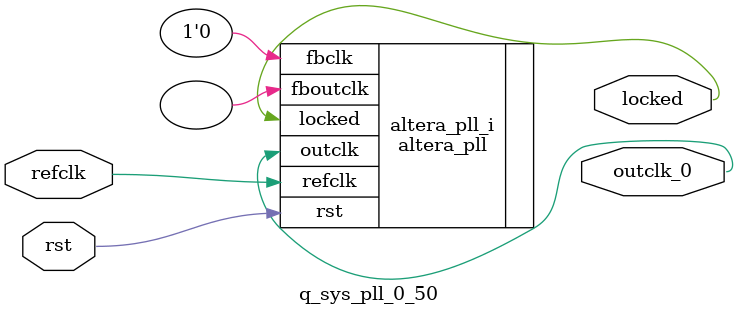
<source format=v>
`timescale 1ns/10ps
module  q_sys_pll_0_50(

	// interface 'refclk'
	input wire refclk,

	// interface 'reset'
	input wire rst,

	// interface 'outclk0'
	output wire outclk_0,

	// interface 'locked'
	output wire locked
);

	altera_pll #(
		.fractional_vco_multiplier("true"),
		.reference_clock_frequency("100.0 MHz"),
		.operation_mode("direct"),
		.number_of_clocks(1),
		.output_clock_frequency0("50.000000 MHz"),
		.phase_shift0("0 ps"),
		.duty_cycle0(50),
		.output_clock_frequency1("0 MHz"),
		.phase_shift1("0 ps"),
		.duty_cycle1(50),
		.output_clock_frequency2("0 MHz"),
		.phase_shift2("0 ps"),
		.duty_cycle2(50),
		.output_clock_frequency3("0 MHz"),
		.phase_shift3("0 ps"),
		.duty_cycle3(50),
		.output_clock_frequency4("0 MHz"),
		.phase_shift4("0 ps"),
		.duty_cycle4(50),
		.output_clock_frequency5("0 MHz"),
		.phase_shift5("0 ps"),
		.duty_cycle5(50),
		.output_clock_frequency6("0 MHz"),
		.phase_shift6("0 ps"),
		.duty_cycle6(50),
		.output_clock_frequency7("0 MHz"),
		.phase_shift7("0 ps"),
		.duty_cycle7(50),
		.output_clock_frequency8("0 MHz"),
		.phase_shift8("0 ps"),
		.duty_cycle8(50),
		.output_clock_frequency9("0 MHz"),
		.phase_shift9("0 ps"),
		.duty_cycle9(50),
		.output_clock_frequency10("0 MHz"),
		.phase_shift10("0 ps"),
		.duty_cycle10(50),
		.output_clock_frequency11("0 MHz"),
		.phase_shift11("0 ps"),
		.duty_cycle11(50),
		.output_clock_frequency12("0 MHz"),
		.phase_shift12("0 ps"),
		.duty_cycle12(50),
		.output_clock_frequency13("0 MHz"),
		.phase_shift13("0 ps"),
		.duty_cycle13(50),
		.output_clock_frequency14("0 MHz"),
		.phase_shift14("0 ps"),
		.duty_cycle14(50),
		.output_clock_frequency15("0 MHz"),
		.phase_shift15("0 ps"),
		.duty_cycle15(50),
		.output_clock_frequency16("0 MHz"),
		.phase_shift16("0 ps"),
		.duty_cycle16(50),
		.output_clock_frequency17("0 MHz"),
		.phase_shift17("0 ps"),
		.duty_cycle17(50),
		.pll_type("General"),
		.pll_subtype("General")
	) altera_pll_i (
		.rst	(rst),
		.outclk	({outclk_0}),
		.locked	(locked),
		.fboutclk	( ),
		.fbclk	(1'b0),
		.refclk	(refclk)
	);
endmodule


</source>
